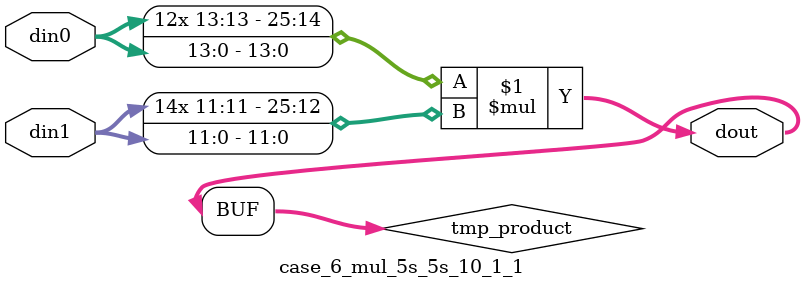
<source format=v>

`timescale 1 ns / 1 ps

 (* use_dsp = "no" *)  module case_6_mul_5s_5s_10_1_1(din0, din1, dout);
parameter ID = 1;
parameter NUM_STAGE = 0;
parameter din0_WIDTH = 14;
parameter din1_WIDTH = 12;
parameter dout_WIDTH = 26;

input [din0_WIDTH - 1 : 0] din0; 
input [din1_WIDTH - 1 : 0] din1; 
output [dout_WIDTH - 1 : 0] dout;

wire signed [dout_WIDTH - 1 : 0] tmp_product;



























assign tmp_product = $signed(din0) * $signed(din1);








assign dout = tmp_product;





















endmodule

</source>
